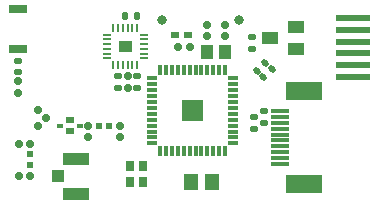
<source format=gtp>
G04*
G04 #@! TF.GenerationSoftware,Altium Limited,Altium Designer,23.3.1 (30)*
G04*
G04 Layer_Color=8421504*
%FSAX44Y44*%
%MOMM*%
G71*
G04*
G04 #@! TF.SameCoordinates,E4202109-5C2D-4CF9-8B46-EFF2A95DF25D*
G04*
G04*
G04 #@! TF.FilePolarity,Positive*
G04*
G01*
G75*
G04:AMPARAMS|DCode=16|XSize=0.87mm|YSize=0.3mm|CornerRadius=0.0375mm|HoleSize=0mm|Usage=FLASHONLY|Rotation=270.000|XOffset=0mm|YOffset=0mm|HoleType=Round|Shape=RoundedRectangle|*
%AMROUNDEDRECTD16*
21,1,0.8700,0.2250,0,0,270.0*
21,1,0.7950,0.3000,0,0,270.0*
1,1,0.0750,-0.1125,-0.3975*
1,1,0.0750,-0.1125,0.3975*
1,1,0.0750,0.1125,0.3975*
1,1,0.0750,0.1125,-0.3975*
%
%ADD16ROUNDEDRECTD16*%
%ADD17R,1.6000X0.3000*%
%ADD18R,3.1200X1.5000*%
G04:AMPARAMS|DCode=19|XSize=0.6mm|YSize=0.55mm|CornerRadius=0.1375mm|HoleSize=0mm|Usage=FLASHONLY|Rotation=0.000|XOffset=0mm|YOffset=0mm|HoleType=Round|Shape=RoundedRectangle|*
%AMROUNDEDRECTD19*
21,1,0.6000,0.2750,0,0,0.0*
21,1,0.3250,0.5500,0,0,0.0*
1,1,0.2750,0.1625,-0.1375*
1,1,0.2750,-0.1625,-0.1375*
1,1,0.2750,-0.1625,0.1375*
1,1,0.2750,0.1625,0.1375*
%
%ADD19ROUNDEDRECTD19*%
G04:AMPARAMS|DCode=20|XSize=0.6mm|YSize=0.55mm|CornerRadius=0.1375mm|HoleSize=0mm|Usage=FLASHONLY|Rotation=135.000|XOffset=0mm|YOffset=0mm|HoleType=Round|Shape=RoundedRectangle|*
%AMROUNDEDRECTD20*
21,1,0.6000,0.2750,0,0,135.0*
21,1,0.3250,0.5500,0,0,135.0*
1,1,0.2750,-0.0177,0.2121*
1,1,0.2750,0.2121,-0.0177*
1,1,0.2750,0.0177,-0.2121*
1,1,0.2750,-0.2121,0.0177*
%
%ADD20ROUNDEDRECTD20*%
G04:AMPARAMS|DCode=21|XSize=0.6mm|YSize=0.6mm|CornerRadius=0.15mm|HoleSize=0mm|Usage=FLASHONLY|Rotation=180.000|XOffset=0mm|YOffset=0mm|HoleType=Round|Shape=RoundedRectangle|*
%AMROUNDEDRECTD21*
21,1,0.6000,0.3000,0,0,180.0*
21,1,0.3000,0.6000,0,0,180.0*
1,1,0.3000,-0.1500,0.1500*
1,1,0.3000,0.1500,0.1500*
1,1,0.3000,0.1500,-0.1500*
1,1,0.3000,-0.1500,-0.1500*
%
%ADD21ROUNDEDRECTD21*%
G04:AMPARAMS|DCode=22|XSize=0.6mm|YSize=0.6mm|CornerRadius=0.15mm|HoleSize=0mm|Usage=FLASHONLY|Rotation=315.000|XOffset=0mm|YOffset=0mm|HoleType=Round|Shape=RoundedRectangle|*
%AMROUNDEDRECTD22*
21,1,0.6000,0.3000,0,0,315.0*
21,1,0.3000,0.6000,0,0,315.0*
1,1,0.3000,0.0000,-0.2121*
1,1,0.3000,-0.2121,0.0000*
1,1,0.3000,0.0000,0.2121*
1,1,0.3000,0.2121,0.0000*
%
%ADD22ROUNDEDRECTD22*%
G04:AMPARAMS|DCode=23|XSize=0.6mm|YSize=0.6mm|CornerRadius=0.15mm|HoleSize=0mm|Usage=FLASHONLY|Rotation=225.000|XOffset=0mm|YOffset=0mm|HoleType=Round|Shape=RoundedRectangle|*
%AMROUNDEDRECTD23*
21,1,0.6000,0.3000,0,0,225.0*
21,1,0.3000,0.6000,0,0,225.0*
1,1,0.3000,-0.2121,0.0000*
1,1,0.3000,0.0000,0.2121*
1,1,0.3000,0.2121,0.0000*
1,1,0.3000,0.0000,-0.2121*
%
%ADD23ROUNDEDRECTD23*%
%ADD24R,1.6000X0.8000*%
%ADD25R,0.5000X0.3000*%
%ADD26R,0.8000X0.5000*%
%ADD27R,3.0000X0.5000*%
%ADD28R,1.4000X1.0000*%
%ADD29R,1.0500X1.0000*%
%ADD30R,2.2000X1.0500*%
G04:AMPARAMS|DCode=31|XSize=0.87mm|YSize=0.3mm|CornerRadius=0.0375mm|HoleSize=0mm|Usage=FLASHONLY|Rotation=0.000|XOffset=0mm|YOffset=0mm|HoleType=Round|Shape=RoundedRectangle|*
%AMROUNDEDRECTD31*
21,1,0.8700,0.2250,0,0,0.0*
21,1,0.7950,0.3000,0,0,0.0*
1,1,0.0750,0.3975,-0.1125*
1,1,0.0750,-0.3975,-0.1125*
1,1,0.0750,-0.3975,0.1125*
1,1,0.0750,0.3975,0.1125*
%
%ADD31ROUNDEDRECTD31*%
G04:AMPARAMS|DCode=32|XSize=0.25mm|YSize=0.64mm|CornerRadius=0.0313mm|HoleSize=0mm|Usage=FLASHONLY|Rotation=0.000|XOffset=0mm|YOffset=0mm|HoleType=Round|Shape=RoundedRectangle|*
%AMROUNDEDRECTD32*
21,1,0.2500,0.5775,0,0,0.0*
21,1,0.1875,0.6400,0,0,0.0*
1,1,0.0625,0.0938,-0.2888*
1,1,0.0625,-0.0938,-0.2888*
1,1,0.0625,-0.0938,0.2888*
1,1,0.0625,0.0938,0.2888*
%
%ADD32ROUNDEDRECTD32*%
G04:AMPARAMS|DCode=33|XSize=0.64mm|YSize=0.25mm|CornerRadius=0.0313mm|HoleSize=0mm|Usage=FLASHONLY|Rotation=0.000|XOffset=0mm|YOffset=0mm|HoleType=Round|Shape=RoundedRectangle|*
%AMROUNDEDRECTD33*
21,1,0.6400,0.1875,0,0,0.0*
21,1,0.5775,0.2500,0,0,0.0*
1,1,0.0625,0.2888,-0.0938*
1,1,0.0625,-0.2888,-0.0938*
1,1,0.0625,-0.2888,0.0938*
1,1,0.0625,0.2888,0.0938*
%
%ADD33ROUNDEDRECTD33*%
G04:AMPARAMS|DCode=34|XSize=0.6mm|YSize=0.6mm|CornerRadius=0.15mm|HoleSize=0mm|Usage=FLASHONLY|Rotation=90.000|XOffset=0mm|YOffset=0mm|HoleType=Round|Shape=RoundedRectangle|*
%AMROUNDEDRECTD34*
21,1,0.6000,0.3000,0,0,90.0*
21,1,0.3000,0.6000,0,0,90.0*
1,1,0.3000,0.1500,0.1500*
1,1,0.3000,0.1500,-0.1500*
1,1,0.3000,-0.1500,-0.1500*
1,1,0.3000,-0.1500,0.1500*
%
%ADD34ROUNDEDRECTD34*%
%ADD35C,0.8000*%
%ADD36R,0.7500X0.8500*%
G04:AMPARAMS|DCode=37|XSize=0.6mm|YSize=0.55mm|CornerRadius=0.1375mm|HoleSize=0mm|Usage=FLASHONLY|Rotation=270.000|XOffset=0mm|YOffset=0mm|HoleType=Round|Shape=RoundedRectangle|*
%AMROUNDEDRECTD37*
21,1,0.6000,0.2750,0,0,270.0*
21,1,0.3250,0.5500,0,0,270.0*
1,1,0.2750,-0.1375,-0.1625*
1,1,0.2750,-0.1375,0.1625*
1,1,0.2750,0.1375,0.1625*
1,1,0.2750,0.1375,-0.1625*
%
%ADD37ROUNDEDRECTD37*%
%ADD38R,0.4900X0.6000*%
%ADD39R,1.0000X1.2500*%
%ADD40R,0.6000X0.4900*%
%ADD41R,0.7000X0.5000*%
%ADD42R,1.2000X1.4700*%
G36*
X00322176Y00384680D02*
X00311424D01*
Y00394420D01*
X00322176D01*
Y00384680D01*
D02*
G37*
G36*
X00364900Y00326100D02*
Y00343900D01*
X00382700D01*
Y00326100D01*
X00364900D01*
D02*
G37*
D16*
X00371300Y00300700D02*
D03*
X00361300D02*
D03*
X00401300D02*
D03*
X00396300D02*
D03*
X00391300D02*
D03*
X00386300D02*
D03*
X00381300D02*
D03*
X00376300D02*
D03*
X00366300D02*
D03*
X00356300D02*
D03*
X00351300D02*
D03*
X00346300D02*
D03*
Y00369300D02*
D03*
X00351300D02*
D03*
X00356300D02*
D03*
X00361300D02*
D03*
X00366300D02*
D03*
X00371300D02*
D03*
X00376300D02*
D03*
X00381300D02*
D03*
X00386300D02*
D03*
X00391300D02*
D03*
X00396300D02*
D03*
X00401300D02*
D03*
D17*
X00448000Y00334950D02*
D03*
Y00329950D02*
D03*
Y00324950D02*
D03*
Y00319950D02*
D03*
Y00314950D02*
D03*
Y00309950D02*
D03*
Y00304950D02*
D03*
Y00299950D02*
D03*
Y00294950D02*
D03*
Y00289950D02*
D03*
D18*
X00467800Y00351420D02*
D03*
Y00273480D02*
D03*
D19*
X00424000Y00387150D02*
D03*
Y00397150D02*
D03*
X00226400Y00377550D02*
D03*
Y00367550D02*
D03*
X00326750Y00354424D02*
D03*
X00311000D02*
D03*
X00425500Y00319950D02*
D03*
Y00329950D02*
D03*
X00434500Y00324950D02*
D03*
Y00334950D02*
D03*
X00326750Y00364424D02*
D03*
X00311000D02*
D03*
D20*
X00440812Y00370391D02*
D03*
X00433741Y00363320D02*
D03*
X00428241Y00368820D02*
D03*
X00435312Y00375891D02*
D03*
D21*
X00226400Y00360000D02*
D03*
Y00350000D02*
D03*
X00361648Y00389450D02*
D03*
X00226848Y00307115D02*
D03*
Y00279450D02*
D03*
X00236500Y00279451D02*
D03*
Y00307115D02*
D03*
X00371300Y00389451D02*
D03*
D22*
X00249412Y00328587D02*
D03*
X00242587Y00335412D02*
D03*
D23*
X00242588Y00322153D02*
D03*
X00249412Y00328978D02*
D03*
D24*
X00226400Y00421000D02*
D03*
Y00387000D02*
D03*
D25*
X00261150Y00322500D02*
D03*
X00278150D02*
D03*
D26*
X00269650Y00327000D02*
D03*
Y00318000D02*
D03*
D27*
X00509250Y00363700D02*
D03*
Y00373700D02*
D03*
Y00383700D02*
D03*
Y00393700D02*
D03*
Y00403700D02*
D03*
Y00413700D02*
D03*
D28*
X00461250Y00387200D02*
D03*
Y00406200D02*
D03*
X00439250Y00396700D02*
D03*
D29*
X00260250Y00279451D02*
D03*
D30*
X00275500Y00294201D02*
D03*
Y00264701D02*
D03*
D31*
X00339500Y00317500D02*
D03*
Y00307500D02*
D03*
Y00312500D02*
D03*
Y00322500D02*
D03*
Y00327500D02*
D03*
Y00332500D02*
D03*
Y00337500D02*
D03*
Y00342500D02*
D03*
Y00347500D02*
D03*
Y00352500D02*
D03*
Y00357500D02*
D03*
Y00362500D02*
D03*
X00408100Y00352500D02*
D03*
Y00362500D02*
D03*
Y00357500D02*
D03*
Y00347500D02*
D03*
Y00342500D02*
D03*
Y00337500D02*
D03*
Y00332500D02*
D03*
Y00327500D02*
D03*
Y00322500D02*
D03*
Y00317500D02*
D03*
Y00312500D02*
D03*
Y00307500D02*
D03*
D32*
X00306800Y00374100D02*
D03*
X00310800D02*
D03*
X00314800D02*
D03*
X00318800D02*
D03*
X00322800D02*
D03*
X00326800D02*
D03*
Y00405000D02*
D03*
X00322800D02*
D03*
X00318800D02*
D03*
X00314800D02*
D03*
X00310800D02*
D03*
X00306800D02*
D03*
D33*
X00301350Y00391550D02*
D03*
Y00387550D02*
D03*
Y00383550D02*
D03*
Y00379550D02*
D03*
X00332250D02*
D03*
Y00383550D02*
D03*
Y00387550D02*
D03*
Y00391550D02*
D03*
Y00395550D02*
D03*
Y00399550D02*
D03*
X00301350D02*
D03*
Y00395550D02*
D03*
D34*
X00401300Y00407626D02*
D03*
X00386300D02*
D03*
X00318801Y00354598D02*
D03*
X00312250Y00312848D02*
D03*
X00285500D02*
D03*
X00401301Y00397974D02*
D03*
X00386301D02*
D03*
X00312249Y00322500D02*
D03*
X00285499D02*
D03*
X00318800Y00364250D02*
D03*
D35*
X00412850Y00412000D02*
D03*
X00347600D02*
D03*
D36*
X00331600Y00288050D02*
D03*
X00321100Y00274550D02*
D03*
Y00288050D02*
D03*
X00331600Y00274550D02*
D03*
D37*
X00326850Y00415000D02*
D03*
X00316850D02*
D03*
D38*
X00303300Y00322500D02*
D03*
X00294200D02*
D03*
D39*
X00401300Y00385050D02*
D03*
X00386300D02*
D03*
D40*
X00236500Y00289400D02*
D03*
Y00298500D02*
D03*
D41*
X00358850Y00399250D02*
D03*
X00369850D02*
D03*
D42*
X00372700Y00275050D02*
D03*
X00389900D02*
D03*
M02*

</source>
